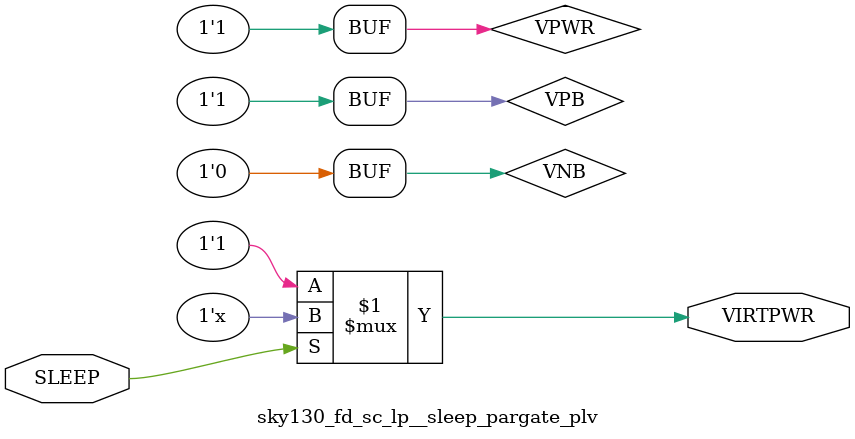
<source format=v>
/*
 * Copyright 2020 The SkyWater PDK Authors
 *
 * Licensed under the Apache License, Version 2.0 (the "License");
 * you may not use this file except in compliance with the License.
 * You may obtain a copy of the License at
 *
 *     https://www.apache.org/licenses/LICENSE-2.0
 *
 * Unless required by applicable law or agreed to in writing, software
 * distributed under the License is distributed on an "AS IS" BASIS,
 * WITHOUT WARRANTIES OR CONDITIONS OF ANY KIND, either express or implied.
 * See the License for the specific language governing permissions and
 * limitations under the License.
 *
 * SPDX-License-Identifier: Apache-2.0
*/


`ifndef SKY130_FD_SC_LP__SLEEP_PARGATE_PLV_BEHAVIORAL_V
`define SKY130_FD_SC_LP__SLEEP_PARGATE_PLV_BEHAVIORAL_V

/**
 * sleep_pargate_plv: ????.
 *
 * Verilog simulation functional model.
 */

`timescale 1ns / 1ps
`default_nettype none

`celldefine
module sky130_fd_sc_lp__sleep_pargate_plv (
    VIRTPWR,
    SLEEP
);

    // Module ports
    output VIRTPWR;
    input  SLEEP  ;

    // Module supplies
    supply1 VPWR;
    supply1 VPB ;
    supply0 VNB ;

    // Local signals
    wire vgnd;

    //       Name       Output   Other arguments
    pulldown pulldown0 (vgnd   );
    bufif0   bufif00   (VIRTPWR, VPWR, SLEEP    );

endmodule
`endcelldefine

`default_nettype wire
`endif  // SKY130_FD_SC_LP__SLEEP_PARGATE_PLV_BEHAVIORAL_V
</source>
